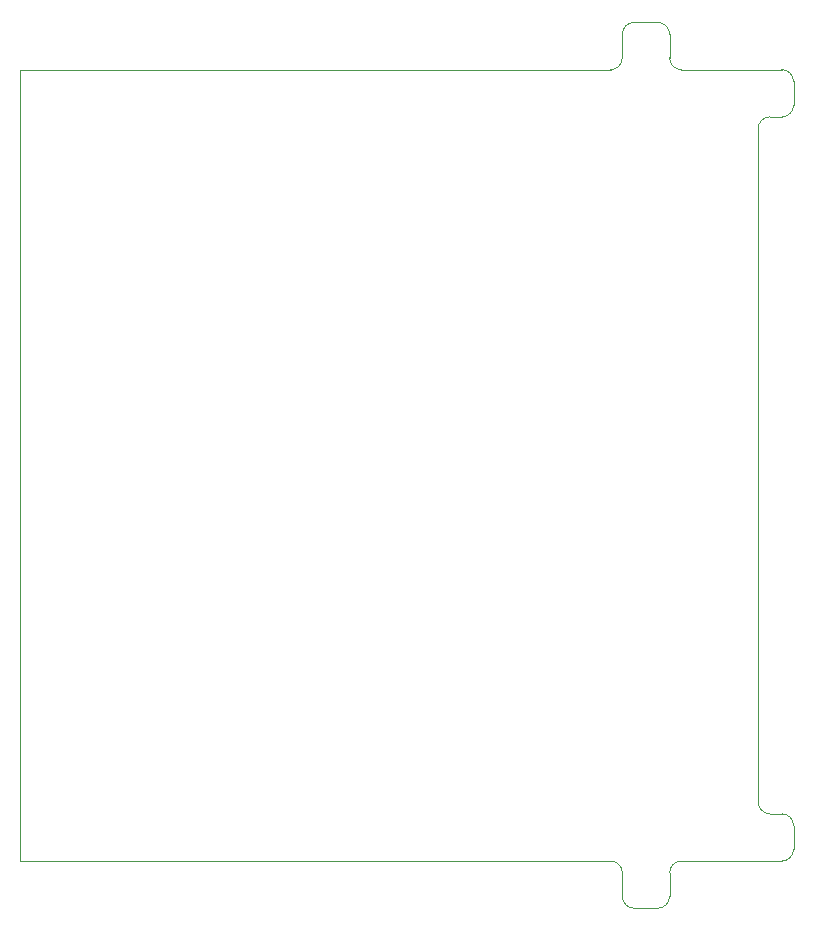
<source format=gbr>
G04 #@! TF.FileFunction,Profile,NP*
%FSLAX46Y46*%
G04 Gerber Fmt 4.6, Leading zero omitted, Abs format (unit mm)*
G04 Created by KiCad (PCBNEW 4.0.7) date 10/26/17 16:00:21*
%MOMM*%
%LPD*%
G01*
G04 APERTURE LIST*
%ADD10C,0.100000*%
G04 APERTURE END LIST*
D10*
X80500000Y-73500000D02*
X72000000Y-73500000D01*
X80500000Y-69500000D02*
X79500000Y-69500000D01*
X80500000Y-6500000D02*
X72000000Y-6500000D01*
X80500000Y-10500000D02*
X79500000Y-10500000D01*
X81500000Y-72500000D02*
X81500000Y-70500000D01*
X78500000Y-11500000D02*
X78500000Y-68500000D01*
X81500000Y-9500000D02*
X81500000Y-7500000D01*
X79500000Y-10500000D02*
G75*
G03X78500000Y-11500000I0J-1000000D01*
G01*
X80500000Y-10500000D02*
G75*
G03X81500000Y-9500000I0J1000000D01*
G01*
X81500000Y-7500000D02*
G75*
G03X80500000Y-6500000I-1000000J0D01*
G01*
X78500000Y-68500000D02*
G75*
G03X79500000Y-69500000I1000000J0D01*
G01*
X81500000Y-70500000D02*
G75*
G03X80500000Y-69500000I-1000000J0D01*
G01*
X80500000Y-73500000D02*
G75*
G03X81500000Y-72500000I0J1000000D01*
G01*
X16000000Y-6500000D02*
X66000000Y-6500000D01*
X66000000Y-73500000D02*
X16000000Y-73500000D01*
X67000000Y-76500000D02*
X67000000Y-74500000D01*
X70000000Y-77500000D02*
X68000000Y-77500000D01*
X71000000Y-76500000D02*
X71000000Y-74500000D01*
X71000000Y-3500000D02*
X71000000Y-5500000D01*
X68000000Y-2500000D02*
X70000000Y-2500000D01*
X67000000Y-5500000D02*
X67000000Y-3500000D01*
X71000000Y-5500000D02*
G75*
G03X72000000Y-6500000I1000000J0D01*
G01*
X71000000Y-3500000D02*
G75*
G03X70000000Y-2500000I-1000000J0D01*
G01*
X68000000Y-2500000D02*
G75*
G03X67000000Y-3500000I0J-1000000D01*
G01*
X66000000Y-6500000D02*
G75*
G03X67000000Y-5500000I0J1000000D01*
G01*
X70000000Y-77500000D02*
G75*
G03X71000000Y-76500000I0J1000000D01*
G01*
X67000000Y-76500000D02*
G75*
G03X68000000Y-77500000I1000000J0D01*
G01*
X72000000Y-73500000D02*
G75*
G03X71000000Y-74500000I0J-1000000D01*
G01*
X67000000Y-74500000D02*
G75*
G03X66000000Y-73500000I-1000000J0D01*
G01*
X16000000Y-6500000D02*
X16000000Y-73500000D01*
M02*

</source>
